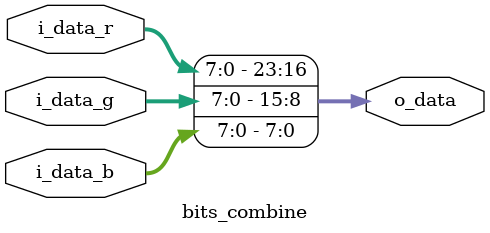
<source format=v>
`timescale 1ns / 1ps


module bits_combine(
    i_data_r, i_data_g, i_data_b, o_data
    );
    input [7:0] i_data_r;
    input [7:0] i_data_g;
    input [7:0] i_data_b;

    output wire [23:0] o_data;

    assign o_data = {i_data_r, i_data_g, i_data_b};

endmodule

</source>
